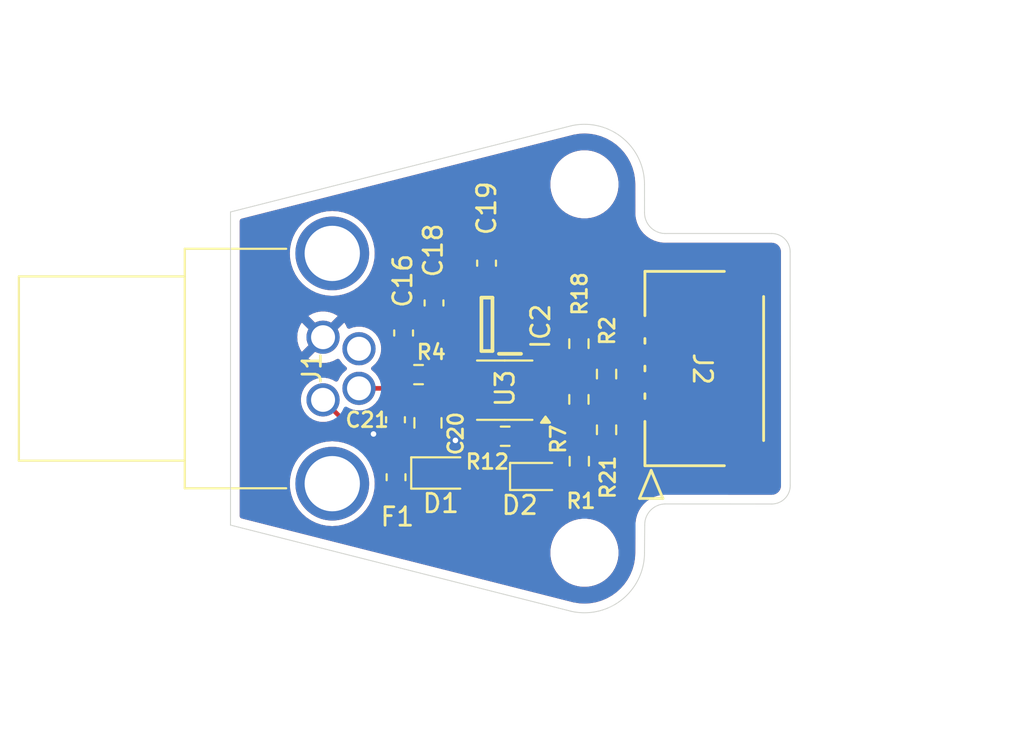
<source format=kicad_pcb>
(kicad_pcb (version 20240108) (generator "pcbnew") (generator_version "8.0")
  (layers (0 "F.Cu" signal) (31 "B.Cu" signal) (34 "B.Paste" user) (35 "F.Paste" user) (36 "B.SilkS" user "B.Silkscreen") (37 "F.SilkS" user "F.Silkscreen") (38 "B.Mask" user) (39 "F.Mask" user) (44 "Edge.Cuts" user))
  (net 0 "")
  (net 1 "+5V")
  (net 2 "GND")
  (net 3 "/Strain_out_f")
  (net 4 "/V_{x}")
  (net 5 "Net-(D2-A)")
  (net 6 "/V_{out,x}")
  (net 7 "/V_{ref}")
  (net 9 "Net-(R12-Pad1)")
  (net 10 "Net-(R12-Pad2)")
  (net 11 "/Strain_in_b")
  (net 12 "/Strain_out_b")
  (net 13 "/Strain_in_f")
  (net 14 "Net-(J1-Pin_1)")
  (footprint "Resistor_SMD:R_0603_1608Metric" (layer "F.Cu") (at 126 60.33 180)
    (property "Reference" "R4" (at -0.69 1.22 180) (layer "F.SilkS") (effects (font (size 0.8 0.8))))
    (property "Value" "5,6k")
    (fp_line (start -0.237258 0.5225) (end 0.237258 0.5225) (stroke (width 0.12)) (layer "F.SilkS"))
    (fp_line (start -0.237258 -0.5225) (end 0.237258 -0.5225) (stroke (width 0.12)) (layer "F.SilkS"))
    (pad "1" smd roundrect (at -0.825 0 180) (size 0.8 0.95) (layers "F.Cu" "F.Paste" "F.Mask") (net 6 "/V_{out,x}"))
    (pad "2" smd roundrect (at 0.825 0 180) (size 0.8 0.95) (layers "F.Cu" "F.Paste" "F.Mask") (net 4 "/V_{x}"))
  )
  (footprint "Resistor_SMD:R_0603_1608Metric" (layer "F.Cu") (at 134.7 58.65 90)
    (property "Reference" "R18" (at 2.7 0.04 90) (layer "F.SilkS") (effects (font (size 0.8 0.8))))
    (property "Value" "330")
    (fp_line (start -0.237258 -0.5225) (end 0.237258 -0.5225) (stroke (width 0.12)) (layer "F.SilkS"))
    (fp_line (start -0.237258 0.5225) (end 0.237258 0.5225) (stroke (width 0.12)) (layer "F.SilkS"))
    (pad "1" smd roundrect (at -0.825 0 90) (size 0.8 0.95) (layers "F.Cu" "F.Paste" "F.Mask") (net 12 "/Strain_out_b"))
    (pad "2" smd roundrect (at 0.825 0 90) (size 0.8 0.95) (layers "F.Cu" "F.Paste" "F.Mask") (net 2 "GND"))
  )
  (footprint "Resistor_SMD:R_0603_1608Metric" (layer "F.Cu") (at 134.72 65.03 -90)
    (property "Reference" "R1" (at 2.16 -0.09 180) (layer "F.SilkS") (effects (font (size 0.8 0.8))))
    (property "Value" "1k")
    (fp_line (start -0.237258 0.5225) (end 0.237258 0.5225) (stroke (width 0.12)) (layer "F.SilkS"))
    (fp_line (start -0.237258 -0.5225) (end 0.237258 -0.5225) (stroke (width 0.12)) (layer "F.SilkS"))
    (pad "1" smd roundrect (at -0.825 0 270) (size 0.8 0.95) (layers "F.Cu" "F.Paste" "F.Mask") (net 1 "+5V"))
    (pad "2" smd roundrect (at 0.825 0 270) (size 0.8 0.95) (layers "F.Cu" "F.Paste" "F.Mask") (net 5 "Net-(D2-A)"))
  )
  (footprint "Resistor_SMD:R_0603_1608Metric" (layer "F.Cu") (at 134.7 61.675 90)
    (property "Reference" "R7" (at -2.155 -1.12 -90) (layer "F.SilkS") (effects (font (size 0.8 0.8))))
    (property "Value" "120")
    (fp_line (start -0.237258 -0.5225) (end 0.237258 -0.5225) (stroke (width 0.12)) (layer "F.SilkS"))
    (fp_line (start -0.237258 0.5225) (end 0.237258 0.5225) (stroke (width 0.12)) (layer "F.SilkS"))
    (pad "1" smd roundrect (at -0.825 0 90) (size 0.8 0.95) (layers "F.Cu" "F.Paste" "F.Mask") (net 13 "/Strain_in_f"))
    (pad "2" smd roundrect (at 0.825 0 90) (size 0.8 0.95) (layers "F.Cu" "F.Paste" "F.Mask") (net 11 "/Strain_in_b"))
  )
  (footprint "Capacitor_SMD:C_0603_1608Metric" (layer "F.Cu") (at 125.19 58.07 90)
    (property "Reference" "C16" (at 2.83 -0.05 90) (layer "F.SilkS"))
    (property "Value" "1u")
    (fp_line (start -0.14058 -0.51) (end 0.14058 -0.51) (stroke (width 0.12)) (layer "F.SilkS"))
    (fp_line (start -0.14058 0.51) (end 0.14058 0.51) (stroke (width 0.12)) (layer "F.SilkS"))
    (pad "1" smd roundrect (at -0.775 0 90) (size 0.9 0.95) (layers "F.Cu" "F.Paste" "F.Mask") (net 4 "/V_{x}"))
    (pad "2" smd roundrect (at 0.775 0 90) (size 0.9 0.95) (layers "F.Cu" "F.Paste" "F.Mask") (net 2 "GND"))
  )
  (footprint "Resistor_SMD:R_0603_1608Metric" (layer "F.Cu") (at 136.2 63.325 90)
    (property "Reference" "R21" (at -2.585 0.07 90) (layer "F.SilkS") (effects (font (size 0.8 0.8))))
    (property "Value" "330")
    (fp_line (start -0.237258 -0.5225) (end 0.237258 -0.5225) (stroke (width 0.12)) (layer "F.SilkS"))
    (fp_line (start -0.237258 0.5225) (end 0.237258 0.5225) (stroke (width 0.12)) (layer "F.SilkS"))
    (pad "1" smd roundrect (at -0.825 0 90) (size 0.8 0.95) (layers "F.Cu" "F.Paste" "F.Mask") (net 1 "+5V"))
    (pad "2" smd roundrect (at 0.825 0 90) (size 0.8 0.95) (layers "F.Cu" "F.Paste" "F.Mask") (net 13 "/Strain_in_f"))
  )
  (footprint "Capacitor_SMD:C_0603_1608Metric" (layer "F.Cu") (at 129.69 54.28 90)
    (property "Reference" "C19" (at 2.98 0 90) (layer "F.SilkS"))
    (property "Value" "100n")
    (fp_line (start -0.14058 -0.51) (end 0.14058 -0.51) (stroke (width 0.12)) (layer "F.SilkS"))
    (fp_line (start -0.14058 0.51) (end 0.14058 0.51) (stroke (width 0.12)) (layer "F.SilkS"))
    (pad "1" smd roundrect (at -0.775 0 90) (size 0.9 0.95) (layers "F.Cu" "F.Paste" "F.Mask") (net 1 "+5V"))
    (pad "2" smd roundrect (at 0.775 0 90) (size 0.9 0.95) (layers "F.Cu" "F.Paste" "F.Mask") (net 2 "GND"))
  )
  (footprint "Capacitor_SMD:C_0603_1608Metric" (layer "F.Cu") (at 124.75 62.78 -90)
    (property "Reference" "C21" (at 0.01 1.54 180) (layer "F.SilkS") (effects (font (size 0.8 0.8))))
    (property "Value" "100n")
    (fp_line (start -0.14058 0.51) (end 0.14058 0.51) (stroke (width 0.12)) (layer "F.SilkS"))
    (fp_line (start -0.14058 -0.51) (end 0.14058 -0.51) (stroke (width 0.12)) (layer "F.SilkS"))
    (pad "1" smd roundrect (at -0.775 0 270) (size 0.9 0.95) (layers "F.Cu" "F.Paste" "F.Mask") (net 1 "+5V"))
    (pad "2" smd roundrect (at 0.775 0 270) (size 0.9 0.95) (layers "F.Cu" "F.Paste" "F.Mask") (net 2 "GND"))
  )
  (footprint "footprints:CON_5040500491" (layer "F.Cu") (at 138.62 62.25 -90)
    (property "Reference" "J2" (at -2.229652 -2.790001 -90) (layer "F.SilkS"))
    (property "Value" "Conn_01x06")
    (fp_line (start 4.802987 0.635) (end 3.278987 0) (stroke (width 0.1524)) (layer "F.SilkS"))
    (fp_line (start -7.524991 0.34) (end -5.120041 0.34) (stroke (width 0.1524)) (layer "F.SilkS"))
    (fp_line (start -3.879961 0.34) (end -3.620039 0.34) (stroke (width 0.1524)) (layer "F.SilkS"))
    (fp_line (start -2.379959 0.34) (end -2.12004 0.34) (stroke (width 0.1524)) (layer "F.SilkS"))
    (fp_line (start -0.87996 0.34) (end -0.62004 0.34) (stroke (width 0.1524)) (layer "F.SilkS"))
    (fp_line (start 0.62004 0.34) (end 3.024988 0.34) (stroke (width 0.1524)) (layer "F.SilkS"))
    (fp_line (start 3.024988 0.34) (end 3.024988 -3.96996) (stroke (width 0.1524)) (layer "F.SilkS"))
    (fp_line (start 3.278987 0) (end 4.802987 -0.635) (stroke (width 0.1524)) (layer "F.SilkS"))
    (fp_line (start 4.802987 -0.635) (end 4.802987 0.635) (stroke (width 0.1524)) (layer "F.SilkS"))
    (fp_line (start -7.524991 -3.96996) (end -7.524991 0.34) (stroke (width 0.1524)) (layer "F.SilkS"))
    (fp_line (start 1.660115 -6.1) (end -6.160116 -6.1) (stroke (width 0.1524)) (layer "F.SilkS"))
    (pad "1" smd rect (at 0 0 270) (size 0.6 1) (layers "F.Cu" "F.Paste" "F.Mask") (net 13 "/Strain_in_f"))
    (pad "2" smd rect (at -1.5 0 270) (size 0.6 1) (layers "F.Cu" "F.Paste" "F.Mask") (net 3 "/Strain_out_f"))
    (pad "3" smd rect (at -2.999999 0 270) (size 0.6 1) (layers "F.Cu" "F.Paste" "F.Mask") (net 12 "/Strain_out_b"))
    (pad "4" smd rect (at -4.500001 0 270) (size 0.6 1) (layers "F.Cu" "F.Paste" "F.Mask") (net 11 "/Strain_in_b"))
    (pad "5" smd rect (at 2.604999 -5.19 270) (size 1.25 1.8) (layers "F.Cu" "F.Paste" "F.Mask") (net 2 "GND"))
    (pad "6" smd rect (at -7.105 -5.19 270) (size 1.25 1.8) (layers "F.Cu" "F.Paste" "F.Mask") (net 2 "GND"))
  )
  (footprint "Diode_SMD:D_SOD-323" (layer "F.Cu") (at 127.2125 65.67)
    (property "Reference" "D1" (at -0.0025 1.65 0) (layer "F.SilkS"))
    (property "Value" "BZX384-C6V2,115")
    (fp_line (start -1.61 -0.85) (end -1.61 0.85) (stroke (width 0.12)) (layer "F.SilkS"))
    (fp_line (start -1.61 -0.85) (end 1.05 -0.85) (stroke (width 0.12)) (layer "F.SilkS"))
    (fp_line (start -1.61 0.85) (end 1.05 0.85) (stroke (width 0.12)) (layer "F.SilkS"))
    (pad "1" smd roundrect (at -1.05 0) (size 0.8 0.6) (layers "F.Cu" "F.Paste" "F.Mask") (net 1 "+5V"))
    (pad "2" smd roundrect (at 1.05 0) (size 0.8 0.6) (layers "F.Cu" "F.Paste" "F.Mask") (net 2 "GND"))
  )
  (footprint "LED_SMD:LED_0603_1608Metric" (layer "F.Cu") (at 132.45 65.86)
    (property "Reference" "D2" (at -0.96 1.56 0) (layer "F.SilkS"))
    (property "Value" "LED")
    (fp_line (start -1.485 -0.735) (end -1.485 0.735) (stroke (width 0.12)) (layer "F.SilkS"))
    (fp_line (start -1.485 0.735) (end 0.8 0.735) (stroke (width 0.12)) (layer "F.SilkS"))
    (fp_line (start 0.8 -0.735) (end -1.485 -0.735) (stroke (width 0.12)) (layer "F.SilkS"))
    (pad "1" smd roundrect (at -0.7875 0) (size 0.875 0.95) (layers "F.Cu" "F.Paste" "F.Mask") (net 2 "GND"))
    (pad "2" smd roundrect (at 0.7875 0) (size 0.875 0.95) (layers "F.Cu" "F.Paste" "F.Mask") (net 5 "Net-(D2-A)"))
  )
  (footprint "Fuse:Fuse_0603_1608Metric" (layer "F.Cu") (at 124.78 65.9 -90)
    (property "Reference" "F1" (at 2.15 -0.07 180) (layer "F.SilkS"))
    (property "Value" "120mA")
    (fp_line (start -0.162779 0.51) (end 0.162779 0.51) (stroke (width 0.12)) (layer "F.SilkS"))
    (fp_line (start -0.162779 -0.51) (end 0.162779 -0.51) (stroke (width 0.12)) (layer "F.SilkS"))
    (pad "1" smd roundrect (at -0.7875 0 270) (size 0.875 0.95) (layers "F.Cu" "F.Paste" "F.Mask") (net 14 "Net-(J1-Pin_1)"))
    (pad "2" smd roundrect (at 0.7875 0 270) (size 0.875 0.95) (layers "F.Cu" "F.Paste" "F.Mask") (net 1 "+5V"))
  )
  (footprint "Resistor_SMD:R_0603_1608Metric" (layer "F.Cu") (at 136.2 60.3 90)
    (property "Reference" "R2" (at 2.35 0.04 90) (layer "F.SilkS") (effects (font (size 0.8 0.8) (thickness 0.15) (bold yes))))
    (property "Value" "120")
    (fp_line (start -0.237258 -0.5225) (end 0.237258 -0.5225) (stroke (width 0.12)) (layer "F.SilkS"))
    (fp_line (start -0.237258 0.5225) (end 0.237258 0.5225) (stroke (width 0.12)) (layer "F.SilkS"))
    (pad "1" smd roundrect (at -0.825 0 90) (size 0.8 0.95) (layers "F.Cu" "F.Paste" "F.Mask") (net 3 "/Strain_out_f"))
    (pad "2" smd roundrect (at 0.825 0 90) (size 0.8 0.95) (layers "F.Cu" "F.Paste" "F.Mask") (net 12 "/Strain_out_b"))
  )
  (footprint "FaSTTUBe_connectors:M8_718_4pin_horizontal" (layer "F.Cu") (at 120.82 60 -90)
    (property "Reference" "J1" (at -0.03 0.6 90) (layer "F.SilkS"))
    (property "Value" "Conn_01x03")
    (fp_line (start -5 16.5) (end -5 7.5) (stroke (width 0.12)) (layer "F.SilkS"))
    (fp_line (start 5 16.5) (end -5 16.5) (stroke (width 0.12)) (layer "F.SilkS"))
    (fp_line (start -6.5 7.5) (end -6.5 2) (stroke (width 0.12)) (layer "F.SilkS"))
    (fp_line (start 5 7.5) (end 5 16.5) (stroke (width 0.12)) (layer "F.SilkS"))
    (fp_line (start 6.5 7.5) (end -6.5 7.5) (stroke (width 0.12)) (layer "F.SilkS"))
    (fp_line (start 6.5 2) (end 6.5 7.5) (stroke (width 0.12)) (layer "F.SilkS"))
    (pad "1" thru_hole circle (at 1.7 0 270) (size 1.8 1.8) (drill 1.3) (layers "*.Cu" "*.Mask") (net 14 "Net-(J1-Pin_1)"))
    (pad "2" thru_hole circle (at 1.075 -1.95 270) (size 1.8 1.8) (drill 1.3) (layers "*.Cu" "*.Mask") (net 4 "/V_{x}"))
    (pad "3" thru_hole circle (at -1.7 0 270) (size 1.8 1.8) (drill 1.3) (layers "*.Cu" "*.Mask") (net 2 "GND"))
    (pad "4" thru_hole circle (at -1.075 -1.95 270) (size 1.8 1.8) (drill 1.3) (layers "*.Cu" "*.Mask"))
    (pad "5" thru_hole circle (at -6.25 -0.5 270) (size 4 4) (drill 3) (layers "*.Cu" "*.Mask"))
    (pad "5" thru_hole circle (at 6.25 -0.5 270) (size 4 4) (drill 3) (layers "*.Cu" "*.Mask"))
  )
  (footprint "Capacitor_SMD:C_0805_2012Metric" (layer "F.Cu") (at 126.51 62.95 -90)
    (property "Reference" "C20" (at 0.58 -1.51 90) (layer "F.SilkS") (effects (font (size 0.8 0.8))))
    (property "Value" "10µ")
    (fp_line (start -0.261252 0.735) (end 0.261252 0.735) (stroke (width 0.12)) (layer "F.SilkS"))
    (fp_line (start -0.261252 -0.735) (end 0.261252 -0.735) (stroke (width 0.12)) (layer "F.SilkS"))
    (pad "1" smd roundrect (at -0.95 0 270) (size 1 1.45) (layers "F.Cu" "F.Paste" "F.Mask") (net 1 "+5V"))
    (pad "2" smd roundrect (at 0.95 0 270) (size 1 1.45) (layers "F.Cu" "F.Paste" "F.Mask") (net 2 "GND"))
  )
  (footprint "Resistor_SMD:R_0603_1608Metric" (layer "F.Cu") (at 130.7 63.675 180)
    (property "Reference" "R12" (at 0.97 -1.385 180) (layer "F.SilkS") (effects (font (size 0.8 0.8))))
    (property "Value" "100")
    (fp_line (start -0.237258 0.5225) (end 0.237258 0.5225) (stroke (width 0.12)) (layer "F.SilkS"))
    (fp_line (start -0.237258 -0.5225) (end 0.237258 -0.5225) (stroke (width 0.12)) (layer "F.SilkS"))
    (pad "1" smd roundrect (at -0.825 0 180) (size 0.8 0.95) (layers "F.Cu" "F.Paste" "F.Mask") (net 9 "Net-(R12-Pad1)"))
    (pad "2" smd roundrect (at 0.825 0 180) (size 0.8 0.95) (layers "F.Cu" "F.Paste" "F.Mask") (net 10 "Net-(R12-Pad2)"))
  )
  (footprint "MountingHole:MountingHole_3.2mm_M3" (layer "F.Cu") (at 135 50)
    (property "Reference" "H1" (hide yes))
    (property "Value" "MountingHole")
    (pad "" np_thru_hole circle (at 0 0) (size 3.2 3.2) (drill 3.2) (layers "*.Cu" "*.Mask"))
  )
  (footprint "Package_SO:MSOP-8_3x3mm_P0.65mm" (layer "F.Cu") (at 130.675 61.175 180)
    (property "Reference" "U3" (at -0.0125 0.1 90) (layer "F.SilkS"))
    (property "Value" "AD623ARMZ")
    (fp_line (start 0 1.61) (end 1.5 1.61) (stroke (width 0.12)) (layer "F.SilkS"))
    (fp_line (start 0 1.61) (end -1.5 1.61) (stroke (width 0.12)) (layer "F.SilkS"))
    (fp_line (start 0 -1.61) (end 1.5 -1.61) (stroke (width 0.12)) (layer "F.SilkS"))
    (fp_line (start 0 -1.61) (end -1.5 -1.61) (stroke (width 0.12)) (layer "F.SilkS"))
    (fp_poly (pts (xy -2.2125 -1.435) (xy -2.4525 -1.765) (xy -1.9725 -1.765) (xy -2.2125 -1.435)) (stroke (width 0.12)) (fill solid) (layer "F.SilkS"))
    (pad "1" smd roundrect (at -2.1125 -0.975 180) (size 1.625 0.4) (layers "F.Cu" "F.Paste" "F.Mask") (net 9 "Net-(R12-Pad1)"))
    (pad "2" smd roundrect (at -2.1125 -0.325 180) (size 1.625 0.4) (layers "F.Cu" "F.Paste" "F.Mask") (net 3 "/Strain_out_f"))
    (pad "3" smd roundrect (at -2.1125 0.325 180) (size 1.625 0.4) (layers "F.Cu" "F.Paste" "F.Mask") (net 11 "/Strain_in_b"))
    (pad "4" smd roundrect (at -2.1125 0.975 180) (size 1.625 0.4) (layers "F.Cu" "F.Paste" "F.Mask") (net 2 "GND"))
    (pad "5" smd roundrect (at 2.1125 0.975 180) (size 1.625 0.4) (layers "F.Cu" "F.Paste" "F.Mask") (net 7 "/V_{ref}"))
    (pad "6" smd roundrect (at 2.1125 0.325 180) (size 1.625 0.4) (layers "F.Cu" "F.Paste" "F.Mask") (net 6 "/V_{out,x}"))
    (pad "7" smd roundrect (at 2.1125 -0.325 180) (size 1.625 0.4) (layers "F.Cu" "F.Paste" "F.Mask") (net 1 "+5V"))
    (pad "8" smd roundrect (at 2.1125 -0.975 180) (size 1.625 0.4) (layers "F.Cu" "F.Paste" "F.Mask") (net 10 "Net-(R12-Pad2)"))
  )
  (footprint "Capacitor_SMD:C_0603_1608Metric" (layer "F.Cu") (at 126.84 56.44 90)
    (property "Reference" "C18" (at 2.85 -0.05 90) (layer "F.SilkS"))
    (property "Value" "1µ")
    (fp_line (start -0.14058 -0.51) (end 0.14058 -0.51) (stroke (width 0.12)) (layer "F.SilkS"))
    (fp_line (start -0.14058 0.51) (end 0.14058 0.51) (stroke (width 0.12)) (layer "F.SilkS"))
    (pad "1" smd roundrect (at -0.775 0 90) (size 0.9 0.95) (layers "F.Cu" "F.Paste" "F.Mask") (net 7 "/V_{ref}"))
    (pad "2" smd roundrect (at 0.775 0 90) (size 0.9 0.95) (layers "F.Cu" "F.Paste" "F.Mask") (net 2 "GND"))
  )
  (footprint "SLS:SOT95P280X145-6N" (layer "F.Cu") (at 129.71 57.6 180)
    (property "Reference" "IC2" (at -2.91 -0.11 -90) (layer "F.SilkS"))
    (property "Value" "REF35250QDBVR" (hide yes))
    (fp_line (start 0.3 1.45) (end -0.3 1.45) (stroke (width 0.2)) (layer "F.SilkS"))
    (fp_line (start 0.3 -1.45) (end 0.3 1.45) (stroke (width 0.2)) (layer "F.SilkS"))
    (fp_line (start -0.3 1.45) (end -0.3 -1.45) (stroke (width 0.2)) (layer "F.SilkS"))
    (fp_line (start -0.3 -1.45) (end 0.3 -1.45) (stroke (width 0.2)) (layer "F.SilkS"))
    (fp_line (start -1.85 -1.6) (end -0.65 -1.6) (stroke (width 0.2)) (layer "F.SilkS"))
    (pad "1" smd rect (at -1.25 -0.95 270) (size 0.6 1.2) (layers "F.Cu" "F.Paste" "F.Mask") (net 2 "GND"))
    (pad "2" smd rect (at -1.25 0 270) (size 0.6 1.2) (layers "F.Cu" "F.Paste" "F.Mask") (net 2 "GND"))
    (pad "3" smd rect (at -1.25 0.95 270) (size 0.6 1.2) (layers "F.Cu" "F.Paste" "F.Mask") (net 1 "+5V"))
    (pad "4" smd rect (at 1.25 0.95 270) (size 0.6 1.2) (layers "F.Cu" "F.Paste" "F.Mask") (net 1 "+5V"))
    (pad "5" smd rect (at 1.25 0 270) (size 0.6 1.2) (layers "F.Cu" "F.Paste" "F.Mask"))
    (pad "6" smd rect (at 1.25 -0.95 270) (size 0.6 1.2) (layers "F.Cu" "F.Paste" "F.Mask") (net 7 "/V_{ref}"))
  )
  (footprint "MountingHole:MountingHole_3.2mm_M3" (layer "F.Cu") (at 135 70)
    (property "Reference" "H2" (hide yes))
    (property "Value" "MountingHole")
    (pad "" np_thru_hole circle (at 0 0) (size 3.2 3.2) (drill 3.2) (layers "*.Cu" "*.Mask"))
  )
  (gr_line (start 138.258135 50) (end 138.260001 51.520252) (stroke (width 0.05)) (layer "Edge.Cuts"))
  (gr_arc (start 134.30017 46.817912) (mid 137.041483 47.460749) (end 138.258135 50) (stroke (width 0.05)) (layer "Edge.Cuts"))
  (gr_line (start 115.8 51.5) (end 134.30017 46.817912) (stroke (width 0.05)) (layer "Edge.Cuts"))
  (gr_line (start 139.358906 52.67) (end 145.16 52.67) (stroke (width 0.05)) (layer "Edge.Cuts"))
  (gr_arc (start 145.16 52.67) (mid 145.867107 52.962893) (end 146.16 53.67) (stroke (width 0.05)) (layer "Edge.Cuts"))
  (gr_arc (start 146.162893 66.352893) (mid 145.87 67.06) (end 145.162893 67.352893) (stroke (width 0.05)) (layer "Edge.Cuts"))
  (gr_arc (start 138.258135 70) (mid 137.041483 72.53925) (end 134.30017 73.182088) (stroke (width 0.05)) (layer "Edge.Cuts"))
  (gr_line (start 115.8 68.5) (end 134.3 73.182863) (stroke (width 0.05)) (layer "Edge.Cuts"))
  (gr_line (start 115.8 51.5) (end 115.8 68.5) (stroke (width 0.05)) (layer "Edge.Cuts"))
  (gr_line (start 138.258135 70) (end 138.270001 68.5) (stroke (width 0.05)) (layer "Edge.Cuts"))
  (gr_arc (start 139.358906 52.67) (mid 138.572985 52.321138) (end 138.260001 51.520252) (stroke (width 0.05)) (layer "Edge.Cuts"))
  (gr_line (start 146.162892 66.343089) (end 146.16 53.67) (stroke (width 0.05)) (layer "Edge.Cuts"))
  (gr_arc (start 138.270001 68.5) (mid 138.582984 67.699114) (end 139.368906 67.350252) (stroke (width 0.05)) (layer "Edge.Cuts"))
  (gr_line (start 139.368906 67.350252) (end 145.162893 67.352893) (stroke (width 0.05)) (layer "Edge.Cuts"))
  (segment (start 130.71 62.48) (end 130.71 59.84) (width 0.25) (layer "F.Cu") (net 1))
  (segment (start 136.2 64.15) (end 134.775 64.15) (width 0.25) (layer "F.Cu") (net 1))
  (segment (start 126.51 62) (end 124.755 62) (width 0.25) (layer "F.Cu") (net 1))
  (segment (start 130.248004 64.725) (end 130.273004 64.7) (width 0.25) (layer "F.Cu") (net 1))
  (segment (start 129.69 58.83) (end 129.69 55.055) (width 0.25) (layer "F.Cu") (net 1))
  (segment (start 124.78 66.6875) (end 125.145 66.6875) (width 0.25) (layer "F.Cu") (net 1))
  (segment (start 130.71 59.84) (end 130.4 59.53) (width 0.25) (layer "F.Cu") (net 1))
  (segment (start 127.01 61.5) (end 126.51 62) (width 0.25) (layer "F.Cu") (net 1))
  (segment (start 130.71 64.263004) (end 130.71 62.48) (width 0.25) (layer "F.Cu") (net 1))
  (segment (start 128.5625 61.5) (end 129.73 61.5) (width 0.25) (layer "F.Cu") (net 1))
  (segment (start 127.1075 64.725) (end 130.248004 64.725) (width 0.25) (layer "F.Cu") (net 1))
  (segment (start 129.73 61.5) (end 130.71 62.48) (width 0.25) (layer "F.Cu") (net 1))
  (segment (start 130.39 59.53) (end 129.69 58.83) (width 0.25) (layer "F.Cu") (net 1))
  (segment (start 134.775 64.15) (end 134.72 64.205) (width 0.25) (layer "F.Cu") (net 1))
  (segment (start 130.96 56.65) (end 130.96 56.325) (width 0.25) (layer "F.Cu") (net 1))
  (segment (start 124.755 62) (end 124.75 62.005) (width 0.25) (layer "F.Cu") (net 1))
  (segment (start 130.96 56.325) (end 129.69 55.055) (width 0.25) (layer "F.Cu") (net 1))
  (segment (start 134.195 64.73) (end 130.303004 64.73) (width 0.25) (layer "F.Cu") (net 1))
  (segment (start 130.273004 64.7) (end 130.71 64.263004) (width 0.25) (layer "F.Cu") (net 1))
  (segment (start 126.1625 65.67) (end 127.1075 64.725) (width 0.25) (layer "F.Cu") (net 1))
  (segment (start 128.46 56.65) (end 128.46 56.285) (width 0.25) (layer "F.Cu") (net 1))
  (segment (start 128.46 56.285) (end 129.69 55.055) (width 0.25) (layer "F.Cu") (net 1))
  (segment (start 125.145 66.6875) (end 126.1625 65.67) (width 0.25) (layer "F.Cu") (net 1))
  (segment (start 130.4 59.53) (end 130.39 59.53) (width 0.25) (layer "F.Cu") (net 1))
  (segment (start 128.5625 61.5) (end 127.01 61.5) (width 0.25) (layer "F.Cu") (net 1))
  (segment (start 134.72 64.205) (end 134.195 64.73) (width 0.25) (layer "F.Cu") (net 1))
  (segment (start 123.556942 63.553058) (end 123.558884 63.555) (width 0.25) (layer "F.Cu") (net 2))
  (segment (start 123.558884 63.555) (end 124.75 63.555) (width 0.25) (layer "F.Cu") (net 2))
  (segment (start 126.51 63.9) (end 128 63.9) (width 0.25) (layer "F.Cu") (net 2))
  (via (at 128 63.9) (size 0.6) (drill 0.3) (layers "F.Cu" "B.Cu") (net 2))
  (via (at 123.556942 63.553058) (size 0.6) (drill 0.3) (layers "F.Cu" "B.Cu") (net 2))
  (segment (start 135.65 61.675) (end 136.2 61.125) (width 0.25) (layer "F.Cu") (net 3))
  (segment (start 133.553812 61.5) (end 133.728812 61.675) (width 0.25) (layer "F.Cu") (net 3))
  (segment (start 132.7875 61.5) (end 133.553812 61.5) (width 0.25) (layer "F.Cu") (net 3))
  (segment (start 138.245 61.125) (end 138.62 60.75) (width 0.25) (layer "F.Cu") (net 3))
  (segment (start 133.728812 61.675) (end 135.65 61.675) (width 0.25) (layer "F.Cu") (net 3))
  (segment (start 136.2 61.125) (end 138.245 61.125) (width 0.25) (layer "F.Cu") (net 3))
  (segment (start 125.175 60.33) (end 125.175 58.86) (width 0.25) (layer "F.Cu") (net 4))
  (segment (start 125.175 58.86) (end 125.19 58.845) (width 0.25) (layer "F.Cu") (net 4))
  (segment (start 124.43 61.075) (end 125.175 60.33) (width 0.25) (layer "F.Cu") (net 4))
  (segment (start 122.77 61.075) (end 124.43 61.075) (width 0.25) (layer "F.Cu") (net 4))
  (segment (start 133.2425 65.855) (end 133.2375 65.86) (width 0.25) (layer "F.Cu") (net 5))
  (segment (start 134.72 65.855) (end 133.2425 65.855) (width 0.25) (layer "F.Cu") (net 5))
  (segment (start 127.345 60.85) (end 126.825 60.33) (width 0.25) (layer "F.Cu") (net 6))
  (segment (start 128.5625 60.85) (end 127.345 60.85) (width 0.25) (layer "F.Cu") (net 6))
  (segment (start 127.86 58.55) (end 128.46 58.55) (width 0.25) (layer "F.Cu") (net 7))
  (segment (start 128.46 58.55) (end 128.46 60.0975) (width 0.25) (layer "F.Cu") (net 7))
  (segment (start 126.84 57.53) (end 127.86 58.55) (width 0.25) (layer "F.Cu") (net 7))
  (segment (start 126.84 57.215) (end 126.84 57.53) (width 0.25) (layer "F.Cu") (net 7))
  (segment (start 128.46 60.0975) (end 128.5625 60.2) (width 0.25) (layer "F.Cu") (net 7))
  (segment (start 131.525 63.675) (end 131.525 63.4125) (width 0.25) (layer "F.Cu") (net 9))
  (segment (start 131.525 63.4125) (end 132.7875 62.15) (width 0.25) (layer "F.Cu") (net 9))
  (segment (start 131.475 63.7) (end 131.475 63.4625) (width 0.25) (layer "F.Cu") (net 9))
  (segment (start 129.875 63.675) (end 129.875 63.4625) (width 0.25) (layer "F.Cu") (net 10))
  (segment (start 129.875 63.4625) (end 128.5625 62.15) (width 0.25) (layer "F.Cu") (net 10))
  (segment (start 132.7875 60.85) (end 134.7 60.85) (width 0.25) (layer "F.Cu") (net 11))
  (segment (start 137.919999 58.45) (end 135.74 58.45) (width 0.25) (layer "F.Cu") (net 11))
  (segment (start 134.201996 58.75) (end 133.851906 59.10009) (width 0.25) (layer "F.Cu") (net 11))
  (segment (start 135.44 58.75) (end 134.201996 58.75) (width 0.25) (layer "F.Cu") (net 11))
  (segment (start 134.7 60.7) (end 134.7 60.85) (width 0.25) (layer "F.Cu") (net 11))
  (segment (start 133.851906 59.10009) (end 133.851906 59.851906) (width 0.25) (layer "F.Cu") (net 11))
  (segment (start 138.62 57.749999) (end 137.919999 58.45) (width 0.25) (layer "F.Cu") (net 11))
  (segment (start 135.74 58.45) (end 135.44 58.75) (width 0.25) (layer "F.Cu") (net 11))
  (segment (start 133.851906 59.851906) (end 134.7 60.7) (width 0.25) (layer "F.Cu") (net 11))
  (segment (start 138.395001 59.475) (end 136.2 59.475) (width 0.25) (layer "F.Cu") (net 12))
  (segment (start 138.62 59.250001) (end 138.395001 59.475) (width 0.25) (layer "F.Cu") (net 12))
  (segment (start 136.2 59.475) (end 134.7 59.475) (width 0.25) (layer "F.Cu") (net 12))
  (segment (start 138.62 62.25) (end 138.37 62.5) (width 0.25) (layer "F.Cu") (net 13))
  (segment (start 136.2 62.5) (end 134.7 62.5) (width 0.25) (layer "F.Cu") (net 13))
  (segment (start 138.37 62.5) (end 136.2 62.5) (width 0.25) (layer "F.Cu") (net 13))
  (segment (start 124.2325 65.1125) (end 124.78 65.1125) (width 0.25) (layer "F.Cu") (net 14))
  (segment (start 120.82 61.7) (end 124.2325 65.1125) (width 0.25) (layer "F.Cu") (net 14))
  (zone (net 2) (net_name "GND") (layer "F.Cu") (connect_pads (clearance 0.3)) (min_thickness 0.25) (fill yes (thermal_gap 0.5) (thermal_bridge_width 0.5))
    (polygon (pts (xy 148.28 75.07) (xy 113.47 75.01) (xy 113.6 43.84) (xy 148.9 44.34)))
  )
  (zone (net 2) (net_name "GND") (layer "B.Cu") (priority 1) (connect_pads (clearance 0.3)) (min_thickness 0.25) (fill yes (thermal_gap 0.5) (thermal_bridge_width 0.5))
    (polygon (pts (xy 148.28 75.07) (xy 113.47 75.01) (xy 113.6 43.84) (xy 148.9 44.34)))
  )
)
</source>
